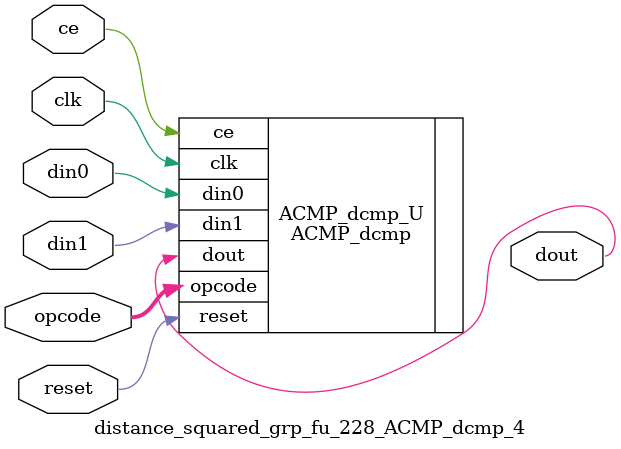
<source format=v>

`timescale 1 ns / 1 ps
module distance_squared_grp_fu_228_ACMP_dcmp_4(
    clk,
    reset,
    ce,
    din0,
    din1,
    opcode,
    dout);

parameter ID = 32'd1;
parameter NUM_STAGE = 32'd1;
parameter din0_WIDTH = 32'd1;
parameter din1_WIDTH = 32'd1;
parameter dout_WIDTH = 32'd1;
input clk;
input reset;
input ce;
input[din0_WIDTH - 1:0] din0;
input[din1_WIDTH - 1:0] din1;
input[5 - 1:0] opcode;
output[dout_WIDTH - 1:0] dout;



ACMP_dcmp #(
.ID( ID ),
.NUM_STAGE( 3 ),
.din0_WIDTH( din0_WIDTH ),
.din1_WIDTH( din1_WIDTH ),
.dout_WIDTH( dout_WIDTH ))
ACMP_dcmp_U(
    .clk( clk ),
    .reset( reset ),
    .ce( ce ),
    .din0( din0 ),
    .din1( din1 ),
    .dout( dout ),
    .opcode( opcode ));

endmodule

</source>
